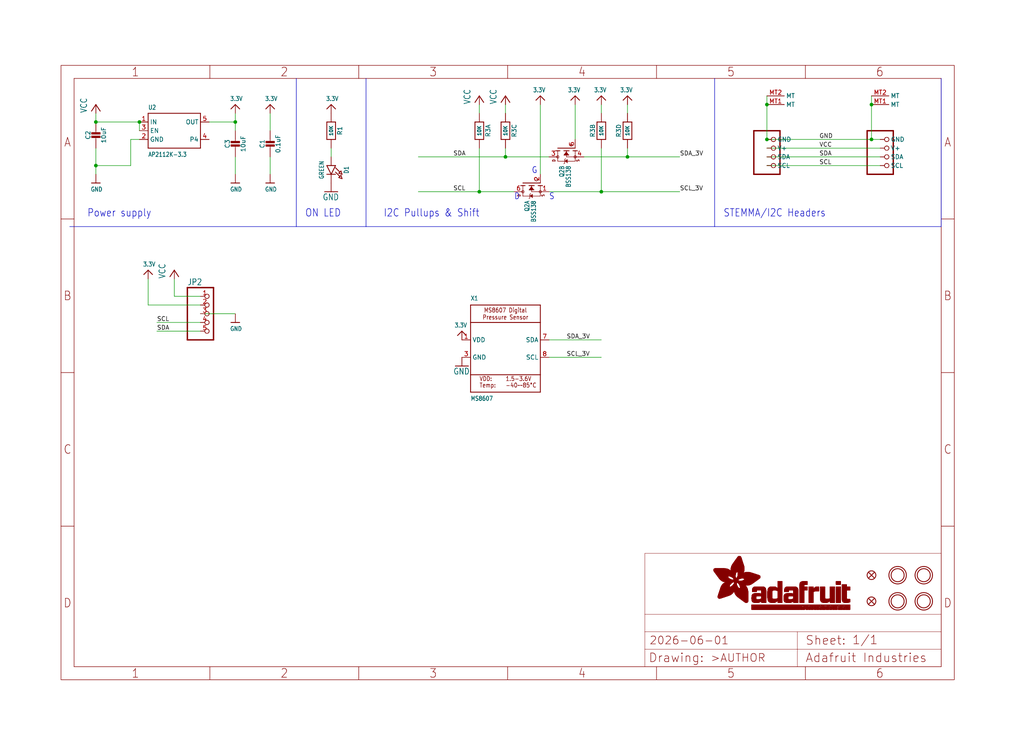
<source format=kicad_sch>
(kicad_sch (version 20230121) (generator eeschema)
  (paper "User" 298.45 217.17)
  (lib_symbols
    (symbol "Adafruit MS8607-eagle-import:3.3V" (power)
      (property "Value" "3.3V" (at -1.524 1.016 0))
      (symbol "3.3V_1_0"
        (pin power_in line (at 0 -2.54 90) (length 2.54) (name "3.3V") (number "1"))
      )
    )
    (symbol "Adafruit MS8607-eagle-import:CAP_CERAMIC0603_NO"
      (property "Reference" "C" (at -2.29 1.25 90))
      (symbol "CAP_CERAMIC0603_NO_1_0"
        (pin passive line (at 0 5.08 270) (length 2.54) (name "1") (number "1"))
        (pin passive line (at 0 -2.54 90) (length 2.54) (name "2") (number "2"))
      )
    )
    (symbol "Adafruit MS8607-eagle-import:CAP_CERAMIC0805-NOOUTLINE"
      (property "Reference" "C" (at -2.29 1.25 90))
      (symbol "CAP_CERAMIC0805-NOOUTLINE_1_0"
        (pin passive line (at 0 5.08 270) (length 2.54) (name "1") (number "1"))
        (pin passive line (at 0 -2.54 90) (length 2.54) (name "2") (number "2"))
      )
    )
    (symbol "Adafruit MS8607-eagle-import:FIDUCIAL_1MM")
    (symbol "Adafruit MS8607-eagle-import:FRAME_A4_ADAFRUIT"
      (symbol "FRAME_A4_ADAFRUIT_1_0"
        (text "${#}/${##}" (at 230.505 10.16 0) (effects (font (size 2.54 2.54)) (justify left bottom)))
        (text "${CURRENT_DATE}" (at 171.45 10.16 0) (effects (font (size 2.286 2.286)) (justify left bottom)))
        (text "${PROJECTNAME}" (at 171.45 15.24 0) (effects (font (size 2.54 2.54)) (justify left bottom)))
        (text "1" (at 21.6958 1.905 0) (effects (font (size 2.54 2.286))))
        (text "1" (at 21.6958 177.165 0) (effects (font (size 2.54 2.286))))
        (text "2" (at 65.0875 1.905 0) (effects (font (size 2.54 2.286))))
        (text "2" (at 65.0875 177.165 0) (effects (font (size 2.54 2.286))))
        (text "3" (at 108.4792 1.905 0) (effects (font (size 2.54 2.286))))
        (text "3" (at 108.4792 177.165 0) (effects (font (size 2.54 2.286))))
        (text "4" (at 151.8708 1.905 0) (effects (font (size 2.54 2.286))))
        (text "4" (at 151.8708 177.165 0) (effects (font (size 2.54 2.286))))
        (text "5" (at 195.2625 1.905 0) (effects (font (size 2.54 2.286))))
        (text "5" (at 195.2625 177.165 0) (effects (font (size 2.54 2.286))))
        (text "6" (at 238.6542 1.905 0) (effects (font (size 2.54 2.286))))
        (text "6" (at 238.6542 177.165 0) (effects (font (size 2.54 2.286))))
        (text ">AUTHOR" (at 189.23 5.08 0) (effects (font (size 2.286 2.286)) (justify left bottom)))
        (text "A" (at 1.905 156.6863 0) (effects (font (size 2.54 2.286))))
        (text "A" (at 258.445 156.6863 0) (effects (font (size 2.54 2.286))))
        (text "Adafruit Industries" (at 216.916 4.953 0) (effects (font (size 2.54 2.54)) (justify left bottom)))
        (text "B" (at 1.905 111.9188 0) (effects (font (size 2.54 2.286))))
        (text "B" (at 258.445 111.9188 0) (effects (font (size 2.54 2.286))))
        (text "C" (at 1.905 67.1513 0) (effects (font (size 2.54 2.286))))
        (text "C" (at 258.445 67.1513 0) (effects (font (size 2.54 2.286))))
        (text "D" (at 1.905 22.3838 0) (effects (font (size 2.54 2.286))))
        (text "D" (at 258.445 22.3838 0) (effects (font (size 2.54 2.286))))
        (text "Drawing:" (at 171.196 4.953 0) (effects (font (size 2.54 2.54)) (justify left bottom)))
        (text "Sheet:" (at 216.916 10.033 0) (effects (font (size 2.54 2.54)) (justify left bottom)))
      )
    )
    (symbol "Adafruit MS8607-eagle-import:GND" (power)
      (property "Value" "GND" (at -1.524 -2.54 0))
      (symbol "GND_1_0"
        (pin power_in line (at 0 2.54 270) (length 2.54) (name "GND") (number "1"))
      )
    )
    (symbol "Adafruit MS8607-eagle-import:HEADER-1X5ROUND"
      (property "Reference" "JP" (at -6.35 8.255 0))
      (symbol "HEADER-1X5ROUND_1_0"
        (pin passive inverted (at -2.54 5.08 0) (length 2.54) (name "1") (number "1"))
        (pin passive inverted (at -2.54 2.54 0) (length 2.54) (name "2") (number "2"))
        (pin passive inverted (at -2.54 0 0) (length 2.54) (name "3") (number "3"))
        (pin passive inverted (at -2.54 -2.54 0) (length 2.54) (name "4") (number "4"))
        (pin passive inverted (at -2.54 -5.08 0) (length 2.54) (name "5") (number "5"))
      )
    )
    (symbol "Adafruit MS8607-eagle-import:LED0603_NOOUTLINE"
      (property "Reference" "D" (at -1.27 4.445 0))
      (symbol "LED0603_NOOUTLINE_1_0"
        (pin passive line (at -5.08 0 0) (length 2.54) (name "A") (number "A"))
        (pin passive line (at 2.54 0 180) (length 2.54) (name "C") (number "C"))
      )
    )
    (symbol "Adafruit MS8607-eagle-import:MOSFET-N_DUAL"
      (property "Reference" "Q" (at 5.08 0.635 0))
      (symbol "MOSFET-N_DUAL_1_0"
        (text "D" (at 3.175 3.175 0) (effects (font (size 0.8128 0.6908)) (justify left bottom)))
        (text "G" (at -1.27 -1.905 0) (effects (font (size 0.8128 0.6908)) (justify left bottom)))
        (text "S" (at 3.175 -3.81 0) (effects (font (size 0.8128 0.6908)) (justify left bottom)))
        (pin bidirectional line (at 2.54 -5.08 90) (length 2.54) (name "S") (number "1"))
        (pin bidirectional line (at -2.54 -2.54 0) (length 2.54) (name "G") (number "2"))
        (pin bidirectional line (at 2.54 5.08 270) (length 2.54) (name "D") (number "6"))
      )
      (symbol "MOSFET-N_DUAL_2_0"
        (text "D" (at 3.175 3.175 0) (effects (font (size 0.8128 0.6908)) (justify left bottom)))
        (text "G" (at -1.27 -1.905 0) (effects (font (size 0.8128 0.6908)) (justify left bottom)))
        (text "S" (at 3.175 -3.81 0) (effects (font (size 0.8128 0.6908)) (justify left bottom)))
        (pin bidirectional line (at 2.54 5.08 270) (length 2.54) (name "D") (number "3"))
        (pin bidirectional line (at 2.54 -5.08 90) (length 2.54) (name "S") (number "4"))
        (pin bidirectional line (at -2.54 -2.54 0) (length 2.54) (name "G") (number "5"))
      )
    )
    (symbol "Adafruit MS8607-eagle-import:MOUNTINGHOLE2.5")
    (symbol "Adafruit MS8607-eagle-import:MS8607"
      (property "Reference" "X" (at -10.16 13.97 0))
      (symbol "MS8607_1_0"
        (text "-40~~85°C" (at 0 -11.43 0) (effects (font (size 1.27 1.0795)) (justify left bottom)))
        (text "1.5-3.6V" (at 0 -9.525 0) (effects (font (size 1.27 1.0795)) (justify left bottom)))
        (text "MS8607 Digital\nPressure Sensor" (at 0 10.16 0) (effects (font (size 1.27 1.0795))))
        (text "Temp:" (at -7.62 -11.43 0) (effects (font (size 1.27 1.0795)) (justify left bottom)))
        (text "VDD:" (at -7.62 -9.525 0) (effects (font (size 1.27 1.0795)) (justify left bottom)))
        (pin power_in line (at -12.7 2.54 0) (length 2.54) (name "VDD") (number "1"))
        (pin power_in line (at -12.7 -2.54 0) (length 2.54) (name "GND") (number "3"))
        (pin bidirectional line (at 12.7 2.54 180) (length 2.54) (name "SDA") (number "7"))
        (pin bidirectional line (at 12.7 -2.54 180) (length 2.54) (name "SCL") (number "8"))
      )
    )
    (symbol "Adafruit MS8607-eagle-import:RESISTOR_0603_NOOUT"
      (property "Reference" "R" (at 0 2.54 0))
      (symbol "RESISTOR_0603_NOOUT_1_0"
        (pin passive line (at -5.08 0 0) (length 2.54) (name "1") (number "1"))
        (pin passive line (at 5.08 0 180) (length 2.54) (name "2") (number "2"))
      )
    )
    (symbol "Adafruit MS8607-eagle-import:RESISTOR_4PACK"
      (property "Reference" "R" (at 0 2.54 0))
      (symbol "RESISTOR_4PACK_1_0"
        (pin passive line (at -5.08 0 0) (length 2.54) (name "1") (number "1"))
        (pin passive line (at 5.08 0 180) (length 2.54) (name "2") (number "8"))
      )
      (symbol "RESISTOR_4PACK_2_0"
        (pin passive line (at -5.08 0 0) (length 2.54) (name "1") (number "2"))
        (pin passive line (at 5.08 0 180) (length 2.54) (name "2") (number "7"))
      )
      (symbol "RESISTOR_4PACK_3_0"
        (pin passive line (at -5.08 0 0) (length 2.54) (name "1") (number "3"))
        (pin passive line (at 5.08 0 180) (length 2.54) (name "2") (number "6"))
      )
      (symbol "RESISTOR_4PACK_4_0"
        (pin passive line (at -5.08 0 0) (length 2.54) (name "1") (number "4"))
        (pin passive line (at 5.08 0 180) (length 2.54) (name "2") (number "5"))
      )
    )
    (symbol "Adafruit MS8607-eagle-import:STEMMA_I2C_QT"
      (symbol "STEMMA_I2C_QT_1_0"
        (pin passive inverted (at 0 5.08 0) (length 2.54) (name "GND") (number "1"))
        (pin passive inverted (at 0 2.54 0) (length 2.54) (name "V+") (number "2"))
        (pin passive inverted (at 0 0 0) (length 2.54) (name "SDA") (number "3"))
        (pin passive inverted (at 0 -2.54 0) (length 2.54) (name "SCL") (number "4"))
      )
      (symbol "STEMMA_I2C_QT_2_0"
        (pin bidirectional line (at 0 0 0) (length 5.08) (name "MT") (number "MT1"))
      )
      (symbol "STEMMA_I2C_QT_3_0"
        (pin bidirectional line (at 0 0 0) (length 5.08) (name "MT") (number "MT2"))
      )
    )
    (symbol "Adafruit MS8607-eagle-import:VCC" (power)
      (property "Value" "VCC" (at -2.54 -2.54 90))
      (symbol "VCC_1_0"
        (pin power_in line (at 0 -2.54 90) (length 2.54) (name "VCC") (number "1"))
      )
    )
    (symbol "Adafruit MS8607-eagle-import:VREG_SOT23-5"
      (property "Reference" "U" (at -7.62 6.096 0))
      (symbol "VREG_SOT23-5_1_0"
        (pin power_in line (at -10.16 2.54 0) (length 2.54) (name "IN") (number "1"))
        (pin power_in line (at -10.16 -2.54 0) (length 2.54) (name "GND") (number "2"))
        (pin input line (at -10.16 0 0) (length 2.54) (name "EN") (number "3"))
        (pin bidirectional line (at 10.16 -2.54 180) (length 2.54) (name "P4") (number "4"))
        (pin power_in line (at 10.16 2.54 180) (length 2.54) (name "OUT") (number "5"))
      )
    )
    (symbol "Adafruit MS8607-eagle-import:supply1_GND" (power)
      (property "Value" "supply1_GND" (at -2.54 -2.54 0))
      (symbol "supply1_GND_1_0"
        (pin power_in line (at 0 2.54 270) (length 2.54) (name "GND") (number "1"))
      )
    )
  )
  (junction (at 254 30.48))
  (junction (at 68.58 35.56))
  (junction (at 182.88 45.72))
  (junction (at 139.7 55.88))
  (junction (at 254 40.64))
  (junction (at 175.26 55.88))
  (junction (at 223.52 40.64))
  (junction (at 147.32 45.72))
  (junction (at 27.94 35.56))
  (junction (at 27.94 48.26))
  (junction (at 223.52 30.48))
  (junction (at 40.64 35.56))
  (polyline (pts (xy 106.68 66.04) (xy 208.28 66.04)) (stroke (width 0.1524) (type solid)))
  (wire (pts (xy 139.7 30.48) (xy 139.7 33.02)) (stroke (width 0.1524)))
  (wire (pts (xy 60.96 35.56) (xy 68.58 35.56)) (stroke (width 0.1524)))
  (wire (pts (xy 223.52 27.94) (xy 223.52 30.48)) (stroke (width 0.1524)))
  (wire (pts (xy 50.8 86.36) (xy 50.8 81.28)) (stroke (width 0.1524)))
  (wire (pts (xy 147.32 45.72) (xy 121.92 45.72)) (stroke (width 0.1524)))
  (wire (pts (xy 160.02 45.72) (xy 147.32 45.72)) (stroke (width 0.1524)))
  (wire (pts (xy 43.18 88.9) (xy 43.18 81.28)) (stroke (width 0.1524)))
  (polyline (pts (xy 208.28 22.86) (xy 208.28 66.04)) (stroke (width 0.1524) (type solid)))
  (polyline (pts (xy 274.32 22.86) (xy 274.32 66.04)) (stroke (width 0.1524) (type solid)))
  (polyline (pts (xy 86.36 66.04) (xy 106.68 66.04)) (stroke (width 0.1524) (type solid)))
  (wire (pts (xy 254 27.94) (xy 254 30.48)) (stroke (width 0.1524)))
  (wire (pts (xy 254 30.48) (xy 254 40.64)) (stroke (width 0.1524)))
  (wire (pts (xy 175.26 55.88) (xy 198.12 55.88)) (stroke (width 0.1524)))
  (wire (pts (xy 68.58 45.72) (xy 68.58 50.8)) (stroke (width 0.1524)))
  (wire (pts (xy 160.02 104.14) (xy 175.26 104.14)) (stroke (width 0.1524)))
  (wire (pts (xy 147.32 33.02) (xy 147.32 30.48)) (stroke (width 0.1524)))
  (polyline (pts (xy 86.36 22.86) (xy 86.36 66.04)) (stroke (width 0.1524) (type solid)))
  (wire (pts (xy 139.7 43.18) (xy 139.7 55.88)) (stroke (width 0.1524)))
  (wire (pts (xy 58.42 88.9) (xy 43.18 88.9)) (stroke (width 0.1524)))
  (wire (pts (xy 254 40.64) (xy 223.52 40.64)) (stroke (width 0.1524)))
  (wire (pts (xy 175.26 43.18) (xy 175.26 55.88)) (stroke (width 0.1524)))
  (wire (pts (xy 27.94 48.26) (xy 27.94 43.18)) (stroke (width 0.1524)))
  (wire (pts (xy 170.18 45.72) (xy 182.88 45.72)) (stroke (width 0.1524)))
  (wire (pts (xy 68.58 35.56) (xy 68.58 38.1)) (stroke (width 0.1524)))
  (wire (pts (xy 27.94 33.02) (xy 27.94 35.56)) (stroke (width 0.1524)))
  (wire (pts (xy 157.48 50.8) (xy 157.48 30.48)) (stroke (width 0.1524)))
  (polyline (pts (xy 20.32 66.04) (xy 86.36 66.04)) (stroke (width 0.1524) (type solid)))
  (polyline (pts (xy 208.28 66.04) (xy 274.32 66.04)) (stroke (width 0.1524) (type solid)))
  (wire (pts (xy 58.42 91.44) (xy 68.58 91.44)) (stroke (width 0.1524)))
  (wire (pts (xy 223.52 43.18) (xy 256.54 43.18)) (stroke (width 0.1524)))
  (wire (pts (xy 182.88 33.02) (xy 182.88 30.48)) (stroke (width 0.1524)))
  (wire (pts (xy 58.42 96.52) (xy 45.72 96.52)) (stroke (width 0.1524)))
  (wire (pts (xy 160.02 55.88) (xy 175.26 55.88)) (stroke (width 0.1524)))
  (wire (pts (xy 182.88 43.18) (xy 182.88 45.72)) (stroke (width 0.1524)))
  (wire (pts (xy 40.64 35.56) (xy 27.94 35.56)) (stroke (width 0.1524)))
  (wire (pts (xy 58.42 86.36) (xy 50.8 86.36)) (stroke (width 0.1524)))
  (wire (pts (xy 78.74 33.02) (xy 78.74 38.1)) (stroke (width 0.1524)))
  (wire (pts (xy 175.26 33.02) (xy 175.26 30.48)) (stroke (width 0.1524)))
  (polyline (pts (xy 106.68 22.86) (xy 106.68 66.04)) (stroke (width 0.1524) (type solid)))
  (wire (pts (xy 38.1 48.26) (xy 27.94 48.26)) (stroke (width 0.1524)))
  (wire (pts (xy 40.64 40.64) (xy 38.1 40.64)) (stroke (width 0.1524)))
  (wire (pts (xy 223.52 30.48) (xy 223.52 40.64)) (stroke (width 0.1524)))
  (wire (pts (xy 40.64 38.1) (xy 40.64 35.56)) (stroke (width 0.1524)))
  (wire (pts (xy 256.54 45.72) (xy 223.52 45.72)) (stroke (width 0.1524)))
  (wire (pts (xy 160.02 99.06) (xy 175.26 99.06)) (stroke (width 0.1524)))
  (wire (pts (xy 38.1 40.64) (xy 38.1 48.26)) (stroke (width 0.1524)))
  (wire (pts (xy 27.94 48.26) (xy 27.94 50.8)) (stroke (width 0.1524)))
  (wire (pts (xy 96.52 45.72) (xy 96.52 43.18)) (stroke (width 0.1524)))
  (wire (pts (xy 167.64 40.64) (xy 167.64 30.48)) (stroke (width 0.1524)))
  (wire (pts (xy 78.74 45.72) (xy 78.74 50.8)) (stroke (width 0.1524)))
  (wire (pts (xy 68.58 35.56) (xy 68.58 33.02)) (stroke (width 0.1524)))
  (wire (pts (xy 182.88 45.72) (xy 198.12 45.72)) (stroke (width 0.1524)))
  (wire (pts (xy 256.54 40.64) (xy 254 40.64)) (stroke (width 0.1524)))
  (wire (pts (xy 58.42 93.98) (xy 45.72 93.98)) (stroke (width 0.1524)))
  (wire (pts (xy 147.32 43.18) (xy 147.32 45.72)) (stroke (width 0.1524)))
  (wire (pts (xy 223.52 48.26) (xy 256.54 48.26)) (stroke (width 0.1524)))
  (wire (pts (xy 139.7 55.88) (xy 121.92 55.88)) (stroke (width 0.1524)))
  (wire (pts (xy 149.86 55.88) (xy 139.7 55.88)) (stroke (width 0.1524)))
  (text "ON LED" (at 88.9 63.5 0) (effects (font (size 2.1844 1.8567)) (justify left bottom)))
  (text "Power supply" (at 25.4 63.5 0) (effects (font (size 2.1844 1.8567)) (justify left bottom)))
  (text "I2C Pullups & Shift" (at 111.76 63.5 0) (effects (font (size 2.1844 1.8567)) (justify left bottom)))
  (text "D" (at 149.86 58.42 0) (effects (font (size 1.778 1.5113)) (justify left bottom)))
  (text "STEMMA/I2C Headers" (at 210.82 63.5 0) (effects (font (size 2.1844 1.8567)) (justify left bottom)))
  (text "S" (at 160.02 58.42 0) (effects (font (size 1.778 1.5113)) (justify left bottom)))
  (text "G" (at 154.94 50.8 0) (effects (font (size 1.778 1.5113)) (justify left bottom)))
  (label "SCL" (at 45.72 93.98 0) (effects (font (size 1.2446 1.2446))))
  (label "SCL" (at 132.08 55.88 0) (effects (font (size 1.2446 1.2446))))
  (label "SDA_3V" (at 198.12 45.72 0) (effects (font (size 1.2446 1.2446))))
  (label "SCL_3V" (at 198.12 55.88 0) (effects (font (size 1.2446 1.2446))))
  (label "SDA" (at 132.08 45.72 0) (effects (font (size 1.2446 1.2446))))
  (label "SDA" (at 238.76 45.72 0) (effects (font (size 1.2446 1.2446))))
  (label "SDA" (at 45.72 96.52 0) (effects (font (size 1.2446 1.2446))))
  (label "VCC" (at 238.76 43.18 0) (effects (font (size 1.2446 1.2446))))
  (label "SDA_3V" (at 165.1 99.06 0) (effects (font (size 1.2446 1.2446))))
  (label "GND" (at 238.76 40.64 0) (effects (font (size 1.2446 1.2446))))
  (label "SCL_3V" (at 165.1 104.14 0) (effects (font (size 1.2446 1.2446))))
  (label "SCL" (at 238.76 48.26 0) (effects (font (size 1.2446 1.2446))))
  (symbol (lib_id "Adafruit MS8607-eagle-import:CAP_CERAMIC0805-NOOUTLINE") (at 27.94 40.64 0) (unit 1)
    (property "Reference" "C2" (at 25.65 39.39 90))
    (property "Value" "10uF" (at 30.24 39.39 90))
    (property "Footprint" "Adafruit MS8607:0805-NO" (effects hide))
  )
  (symbol (lib_id "Adafruit MS8607-eagle-import:MOSFET-N_DUAL") (at 165.1 43.18 90) (mirror x) (unit 2)
    (property "Reference" "Q2" (at 164.465 48.26 0) (effects (font (size 1.27 1.0795)) (justify left bottom)))
    (property "Value" "BSS138" (at 166.37 48.26 0) (effects (font (size 1.27 1.0795)) (justify left bottom)))
    (property "Footprint" "Adafruit MS8607:SOT363" (effects hide))
  )
  (symbol (lib_id "Adafruit MS8607-eagle-import:STEMMA_I2C_QT") (at 223.52 30.48 0) (unit 2)
    (property "Reference" "CONN3" (effects hide))
    (property "Value" "STEMMA_I2C_QT" (effects hide))
    (property "Footprint" "Adafruit MS8607:JST_SH4" (effects hide))
  )
  (symbol (lib_id "Adafruit MS8607-eagle-import:MOSFET-N_DUAL") (at 154.94 53.34 90) (mirror x) (unit 1)
    (property "Reference" "Q2" (at 154.305 58.42 0) (effects (font (size 1.27 1.0795)) (justify left bottom)))
    (property "Value" "BSS138" (at 156.21 58.42 0) (effects (font (size 1.27 1.0795)) (justify left bottom)))
    (property "Footprint" "Adafruit MS8607:SOT363" (effects hide))
  )
  (symbol (lib_id "Adafruit MS8607-eagle-import:LED0603_NOOUTLINE") (at 96.52 50.8 270) (unit 1)
    (property "Reference" "D1" (at 100.965 49.53 0) (effects (font (size 1.27 1.0795))))
    (property "Value" "GREEN" (at 93.726 49.53 0) (effects (font (size 1.27 1.0795))))
    (property "Footprint" "Adafruit MS8607:CHIPLED_0603_NOOUTLINE" (effects hide))
  )
  (symbol (lib_id "Adafruit MS8607-eagle-import:GND") (at 68.58 93.98 0) (unit 1)
    (property "Reference" "#U$10" (effects hide))
    (property "Value" "GND" (at 67.056 96.52 0) (effects (font (size 1.27 1.0795)) (justify left bottom)))
  )
  (symbol (lib_id "Adafruit MS8607-eagle-import:FIDUCIAL_1MM") (at 254 175.26 0) (unit 1)
    (property "Reference" "FID3" (effects hide))
    (property "Value" "FIDUCIAL_1MM" (effects hide))
    (property "Footprint" "Adafruit MS8607:FIDUCIAL_1MM" (effects hide))
  )
  (symbol (lib_id "Adafruit MS8607-eagle-import:3.3V") (at 78.74 30.48 0) (unit 1)
    (property "Reference" "#U$14" (effects hide))
    (property "Value" "3.3V" (at 77.216 29.464 0) (effects (font (size 1.27 1.0795)) (justify left bottom)))
  )
  (symbol (lib_id "Adafruit MS8607-eagle-import:3.3V") (at 96.52 30.48 0) (unit 1)
    (property "Reference" "#U$3" (effects hide))
    (property "Value" "3.3V" (at 94.996 29.464 0) (effects (font (size 1.27 1.0795)) (justify left bottom)))
  )
  (symbol (lib_id "Adafruit MS8607-eagle-import:3.3V") (at 134.62 96.52 0) (mirror y) (unit 1)
    (property "Reference" "#U$2" (effects hide))
    (property "Value" "3.3V" (at 136.144 95.504 0) (effects (font (size 1.27 1.0795)) (justify left bottom)))
  )
  (symbol (lib_id "Adafruit MS8607-eagle-import:MS8607") (at 147.32 101.6 0) (unit 1)
    (property "Reference" "X1" (at 137.16 87.63 0) (effects (font (size 1.27 1.0795)) (justify left bottom)))
    (property "Value" "MS8607" (at 137.16 116.84 0) (effects (font (size 1.27 1.0795)) (justify left bottom)))
    (property "Footprint" "Adafruit MS8607:MS8607" (effects hide))
  )
  (symbol (lib_id "Adafruit MS8607-eagle-import:CAP_CERAMIC0805-NOOUTLINE") (at 68.58 43.18 0) (unit 1)
    (property "Reference" "C3" (at 66.29 41.93 90))
    (property "Value" "10uF" (at 70.88 41.93 90))
    (property "Footprint" "Adafruit MS8607:0805-NO" (effects hide))
  )
  (symbol (lib_id "Adafruit MS8607-eagle-import:STEMMA_I2C_QT") (at 223.52 45.72 0) (unit 1)
    (property "Reference" "CONN3" (effects hide))
    (property "Value" "STEMMA_I2C_QT" (effects hide))
    (property "Footprint" "Adafruit MS8607:JST_SH4" (effects hide))
  )
  (symbol (lib_id "Adafruit MS8607-eagle-import:MOUNTINGHOLE2.5") (at 269.24 175.26 0) (unit 1)
    (property "Reference" "U$21" (effects hide))
    (property "Value" "MOUNTINGHOLE2.5" (effects hide))
    (property "Footprint" "Adafruit MS8607:MOUNTINGHOLE_2.5_PLATED" (effects hide))
  )
  (symbol (lib_id "Adafruit MS8607-eagle-import:HEADER-1X5ROUND") (at 60.96 91.44 0) (unit 1)
    (property "Reference" "JP2" (at 54.61 83.185 0) (effects (font (size 1.778 1.5113)) (justify left bottom)))
    (property "Value" "HEADER-1X5ROUND" (effects hide))
    (property "Footprint" "Adafruit MS8607:1X05_ROUND" (effects hide))
  )
  (symbol (lib_id "Adafruit MS8607-eagle-import:MOUNTINGHOLE2.5") (at 261.62 167.64 0) (unit 1)
    (property "Reference" "U$17" (effects hide))
    (property "Value" "MOUNTINGHOLE2.5" (effects hide))
    (property "Footprint" "Adafruit MS8607:MOUNTINGHOLE_2.5_PLATED" (effects hide))
  )
  (symbol (lib_id "Adafruit MS8607-eagle-import:STEMMA_I2C_QT") (at 254 30.48 0) (unit 2)
    (property "Reference" "CONN4" (effects hide))
    (property "Value" "STEMMA_I2C_QT" (effects hide))
    (property "Footprint" "Adafruit MS8607:JST_SH4" (effects hide))
  )
  (symbol (lib_id "Adafruit MS8607-eagle-import:VCC") (at 50.8 78.74 0) (unit 1)
    (property "Reference" "#P+4" (effects hide))
    (property "Value" "VCC" (at 48.26 81.28 90) (effects (font (size 1.778 1.5113)) (justify left bottom)))
  )
  (symbol (lib_id "Adafruit MS8607-eagle-import:MOUNTINGHOLE2.5") (at 269.24 167.64 0) (unit 1)
    (property "Reference" "U$19" (effects hide))
    (property "Value" "MOUNTINGHOLE2.5" (effects hide))
    (property "Footprint" "Adafruit MS8607:MOUNTINGHOLE_2.5_PLATED" (effects hide))
  )
  (symbol (lib_id "Adafruit MS8607-eagle-import:GND") (at 27.94 53.34 0) (unit 1)
    (property "Reference" "#U$13" (effects hide))
    (property "Value" "GND" (at 26.416 55.88 0) (effects (font (size 1.27 1.0795)) (justify left bottom)))
  )
  (symbol (lib_id "Adafruit MS8607-eagle-import:RESISTOR_4PACK") (at 139.7 38.1 270) (unit 1)
    (property "Reference" "R3" (at 142.24 38.1 0))
    (property "Value" "10K" (at 139.7 38.1 0) (effects (font (size 1.016 1.016) bold)))
    (property "Footprint" "Adafruit MS8607:RESPACK_4X0603" (effects hide))
  )
  (symbol (lib_id "Adafruit MS8607-eagle-import:VCC") (at 147.32 27.94 0) (unit 1)
    (property "Reference" "#P+2" (effects hide))
    (property "Value" "VCC" (at 144.78 30.48 90) (effects (font (size 1.778 1.5113)) (justify left bottom)))
  )
  (symbol (lib_id "Adafruit MS8607-eagle-import:RESISTOR_4PACK") (at 182.88 38.1 90) (mirror x) (unit 4)
    (property "Reference" "R3" (at 180.34 38.1 0))
    (property "Value" "10K" (at 182.88 38.1 0) (effects (font (size 1.016 1.016) bold)))
    (property "Footprint" "Adafruit MS8607:RESPACK_4X0603" (effects hide))
  )
  (symbol (lib_id "Adafruit MS8607-eagle-import:STEMMA_I2C_QT") (at 223.52 27.94 0) (unit 3)
    (property "Reference" "CONN3" (effects hide))
    (property "Value" "STEMMA_I2C_QT" (effects hide))
    (property "Footprint" "Adafruit MS8607:JST_SH4" (effects hide))
  )
  (symbol (lib_id "Adafruit MS8607-eagle-import:STEMMA_I2C_QT") (at 254 27.94 0) (unit 3)
    (property "Reference" "CONN4" (effects hide))
    (property "Value" "STEMMA_I2C_QT" (effects hide))
    (property "Footprint" "Adafruit MS8607:JST_SH4" (effects hide))
  )
  (symbol (lib_id "Adafruit MS8607-eagle-import:FRAME_A4_ADAFRUIT") (at 17.78 198.12 0) (unit 1)
    (property "Reference" "#U$18" (effects hide))
    (property "Value" "FRAME_A4_ADAFRUIT" (effects hide))
  )
  (symbol (lib_id "Adafruit MS8607-eagle-import:VREG_SOT23-5") (at 50.8 38.1 0) (unit 1)
    (property "Reference" "U2" (at 43.18 32.004 0) (effects (font (size 1.27 1.0795)) (justify left bottom)))
    (property "Value" "AP2112K-3.3" (at 43.18 45.72 0) (effects (font (size 1.27 1.0795)) (justify left bottom)))
    (property "Footprint" "Adafruit MS8607:SOT23-5" (effects hide))
  )
  (symbol (lib_id "Adafruit MS8607-eagle-import:RESISTOR_0603_NOOUT") (at 96.52 38.1 270) (unit 1)
    (property "Reference" "R1" (at 99.06 38.1 0))
    (property "Value" "10K" (at 96.52 38.1 0) (effects (font (size 1.016 1.016) bold)))
    (property "Footprint" "Adafruit MS8607:0603-NO" (effects hide))
  )
  (symbol (lib_id "Adafruit MS8607-eagle-import:3.3V") (at 157.48 27.94 0) (mirror y) (unit 1)
    (property "Reference" "#U$26" (effects hide))
    (property "Value" "3.3V" (at 159.004 26.924 0) (effects (font (size 1.27 1.0795)) (justify left bottom)))
  )
  (symbol (lib_id "Adafruit MS8607-eagle-import:supply1_GND") (at 134.62 106.68 0) (unit 1)
    (property "Reference" "#GND1" (effects hide))
    (property "Value" "GND" (at 132.08 109.22 0) (effects (font (size 1.778 1.5113)) (justify left bottom)))
  )
  (symbol (lib_id "Adafruit MS8607-eagle-import:RESISTOR_4PACK") (at 147.32 38.1 270) (unit 3)
    (property "Reference" "R3" (at 149.86 38.1 0))
    (property "Value" "10K" (at 147.32 38.1 0) (effects (font (size 1.016 1.016) bold)))
    (property "Footprint" "Adafruit MS8607:RESPACK_4X0603" (effects hide))
  )
  (symbol (lib_id "Adafruit MS8607-eagle-import:supply1_GND") (at 96.52 55.88 0) (unit 1)
    (property "Reference" "#GND6" (effects hide))
    (property "Value" "GND" (at 93.98 58.42 0) (effects (font (size 1.778 1.5113)) (justify left bottom)))
  )
  (symbol (lib_id "Adafruit MS8607-eagle-import:GND") (at 68.58 53.34 0) (unit 1)
    (property "Reference" "#U$5" (effects hide))
    (property "Value" "GND" (at 67.056 55.88 0) (effects (font (size 1.27 1.0795)) (justify left bottom)))
  )
  (symbol (lib_id "Adafruit MS8607-eagle-import:MOUNTINGHOLE2.5") (at 261.62 175.26 0) (unit 1)
    (property "Reference" "U$1" (effects hide))
    (property "Value" "MOUNTINGHOLE2.5" (effects hide))
    (property "Footprint" "Adafruit MS8607:MOUNTINGHOLE_2.5_PLATED" (effects hide))
  )
  (symbol (lib_id "Adafruit MS8607-eagle-import:FIDUCIAL_1MM") (at 254 167.64 0) (unit 1)
    (property "Reference" "FID4" (effects hide))
    (property "Value" "FIDUCIAL_1MM" (effects hide))
    (property "Footprint" "Adafruit MS8607:FIDUCIAL_1MM" (effects hide))
  )
  (symbol (lib_id "Adafruit MS8607-eagle-import:RESISTOR_4PACK") (at 175.26 38.1 90) (mirror x) (unit 2)
    (property "Reference" "R3" (at 172.72 38.1 0))
    (property "Value" "10K" (at 175.26 38.1 0) (effects (font (size 1.016 1.016) bold)))
    (property "Footprint" "Adafruit MS8607:RESPACK_4X0603" (effects hide))
  )
  (symbol (lib_id "Adafruit MS8607-eagle-import:3.3V") (at 43.18 78.74 0) (unit 1)
    (property "Reference" "#U$16" (effects hide))
    (property "Value" "3.3V" (at 41.656 77.724 0) (effects (font (size 1.27 1.0795)) (justify left bottom)))
  )
  (symbol (lib_id "Adafruit MS8607-eagle-import:3.3V") (at 182.88 27.94 0) (mirror y) (unit 1)
    (property "Reference" "#U$7" (effects hide))
    (property "Value" "3.3V" (at 184.404 26.924 0) (effects (font (size 1.27 1.0795)) (justify left bottom)))
  )
  (symbol (lib_id "Adafruit MS8607-eagle-import:3.3V") (at 68.58 30.48 0) (unit 1)
    (property "Reference" "#U$15" (effects hide))
    (property "Value" "3.3V" (at 67.056 29.464 0) (effects (font (size 1.27 1.0795)) (justify left bottom)))
  )
  (symbol (lib_id "Adafruit MS8607-eagle-import:CAP_CERAMIC0603_NO") (at 78.74 43.18 0) (unit 1)
    (property "Reference" "C1" (at 76.45 41.93 90))
    (property "Value" "0.1uF" (at 81.04 41.93 90))
    (property "Footprint" "Adafruit MS8607:0603-NO" (effects hide))
  )
  (symbol (lib_id "Adafruit MS8607-eagle-import:3.3V") (at 175.26 27.94 0) (mirror y) (unit 1)
    (property "Reference" "#U$24" (effects hide))
    (property "Value" "3.3V" (at 176.784 26.924 0) (effects (font (size 1.27 1.0795)) (justify left bottom)))
  )
  (symbol (lib_id "Adafruit MS8607-eagle-import:VCC") (at 139.7 27.94 0) (unit 1)
    (property "Reference" "#P+1" (effects hide))
    (property "Value" "VCC" (at 137.16 30.48 90) (effects (font (size 1.778 1.5113)) (justify left bottom)))
  )
  (symbol (lib_id "Adafruit MS8607-eagle-import:STEMMA_I2C_QT") (at 256.54 45.72 0) (unit 1)
    (property "Reference" "CONN4" (effects hide))
    (property "Value" "STEMMA_I2C_QT" (effects hide))
    (property "Footprint" "Adafruit MS8607:JST_SH4" (effects hide))
  )
  (symbol (lib_id "Adafruit MS8607-eagle-import:3.3V") (at 167.64 27.94 0) (mirror y) (unit 1)
    (property "Reference" "#U$23" (effects hide))
    (property "Value" "3.3V" (at 169.164 26.924 0) (effects (font (size 1.27 1.0795)) (justify left bottom)))
  )
  (symbol (lib_id "Adafruit MS8607-eagle-import:GND") (at 78.74 53.34 0) (unit 1)
    (property "Reference" "#U$6" (effects hide))
    (property "Value" "GND" (at 77.216 55.88 0) (effects (font (size 1.27 1.0795)) (justify left bottom)))
  )
  (symbol (lib_id "Adafruit MS8607-eagle-import:VCC") (at 27.94 30.48 0) (unit 1)
    (property "Reference" "#P+3" (effects hide))
    (property "Value" "VCC" (at 25.4 33.02 90) (effects (font (size 1.778 1.5113)) (justify left bottom)))
  )
)
</source>
